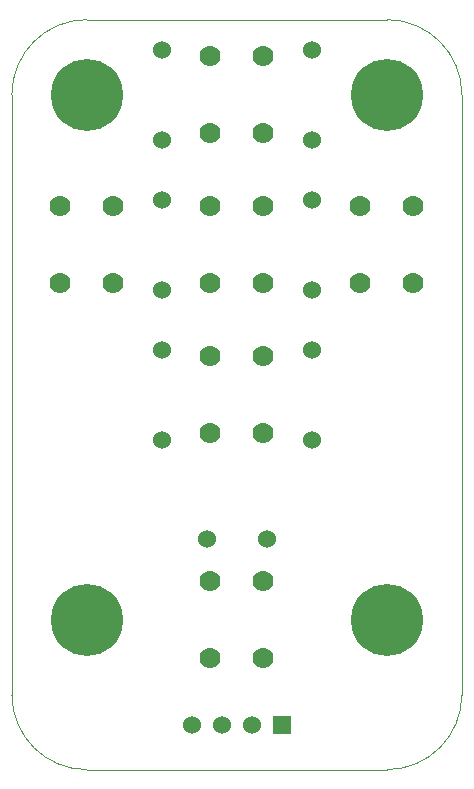
<source format=gbs>
%FSLAX34Y34*%
G04 Gerber Fmt 3.4, Leading zero omitted, Abs format*
G04 (created by PCBNEW (2013-jul-14)-product) date Saturday 22 February 2014 12:24:09 PM IST*
%MOIN*%
G01*
G70*
G90*
G04 APERTURE LIST*
%ADD10C,0.005906*%
%ADD11C,0.003937*%
%ADD12C,0.070000*%
%ADD13C,0.060000*%
%ADD14R,0.060000X0.060000*%
%ADD15C,0.240000*%
G04 APERTURE END LIST*
G54D10*
G54D11*
X85000Y-47500D02*
G75*
G03X87500Y-45000I0J2500D01*
G74*
G01*
X72500Y-45000D02*
G75*
G03X75000Y-47500I2500J0D01*
G74*
G01*
X87500Y-25000D02*
G75*
G03X85000Y-22500I-2500J0D01*
G74*
G01*
X75000Y-22500D02*
G75*
G03X72500Y-25000I0J-2500D01*
G74*
G01*
X80000Y-47500D02*
X85000Y-47500D01*
X80000Y-47500D02*
X75000Y-47500D01*
X72500Y-45000D02*
X72500Y-25000D01*
X87500Y-25000D02*
X87500Y-45000D01*
X80000Y-22500D02*
X85000Y-22500D01*
X80000Y-22500D02*
X75000Y-22500D01*
G54D12*
X79114Y-23720D03*
X80885Y-26279D03*
X80885Y-23720D03*
X79114Y-26279D03*
X80885Y-36279D03*
X79114Y-33720D03*
X79114Y-36279D03*
X80885Y-33720D03*
X79114Y-28720D03*
X80885Y-31279D03*
X80885Y-28720D03*
X79114Y-31279D03*
X75885Y-31279D03*
X74114Y-28720D03*
X74114Y-31279D03*
X75885Y-28720D03*
X84114Y-28720D03*
X85885Y-31279D03*
X85885Y-28720D03*
X84114Y-31279D03*
X79114Y-41220D03*
X80885Y-43779D03*
X80885Y-41220D03*
X79114Y-43779D03*
G54D13*
X82500Y-36500D03*
X82500Y-33500D03*
X82500Y-28500D03*
X82500Y-31500D03*
X77500Y-31500D03*
X77500Y-28500D03*
X77500Y-26500D03*
X77500Y-23500D03*
X82500Y-23500D03*
X82500Y-26500D03*
X77500Y-36500D03*
X77500Y-33500D03*
G54D14*
X81500Y-46000D03*
G54D13*
X80500Y-46000D03*
X79500Y-46000D03*
X78500Y-46000D03*
X81000Y-39800D03*
X79000Y-39800D03*
G54D15*
X75000Y-25000D03*
X85000Y-25000D03*
X85000Y-42500D03*
X75000Y-42500D03*
M02*

</source>
